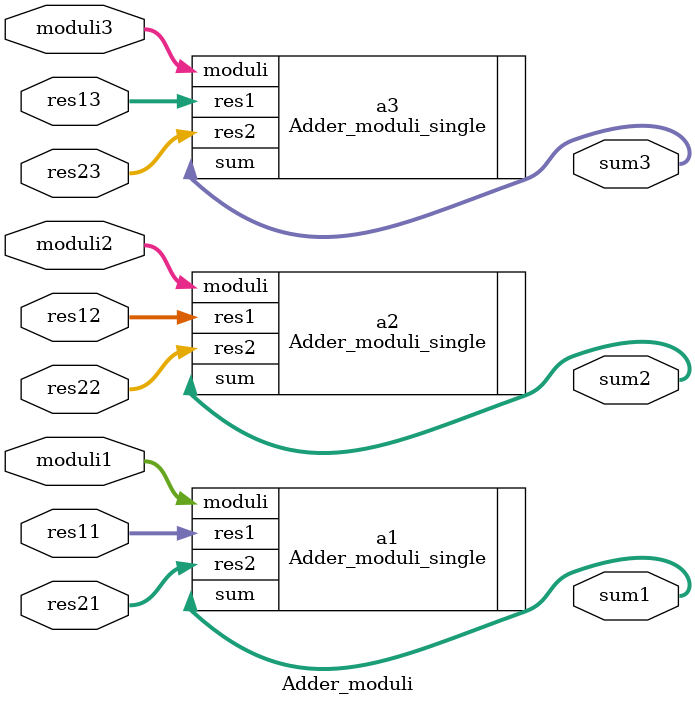
<source format=v>
`timescale 1ns / 1ps
module Adder_moduli(
    input [2:0] res11,
    input [2:0] res12,
    input [2:0] res13,
    input [2:0] res21,
    input [2:0] res22,
    input [2:0] res23,
    input [2:0] moduli1,
    input [2:0] moduli2,
    input [2:0] moduli3,
    output [2:0] sum1,
    output [2:0] sum2,
    output [2:0] sum3
	 
	 );
	 Adder_moduli_single a1(.res1(res11) , .res2(res21), .moduli(moduli1), .sum(sum1));
	 Adder_moduli_single a2(.res1(res12) , .res2(res22), .moduli(moduli2), .sum(sum2));
	 Adder_moduli_single a3(.res1(res13) , .res2(res23), .moduli(moduli3), .sum(sum3));


endmodule

</source>
